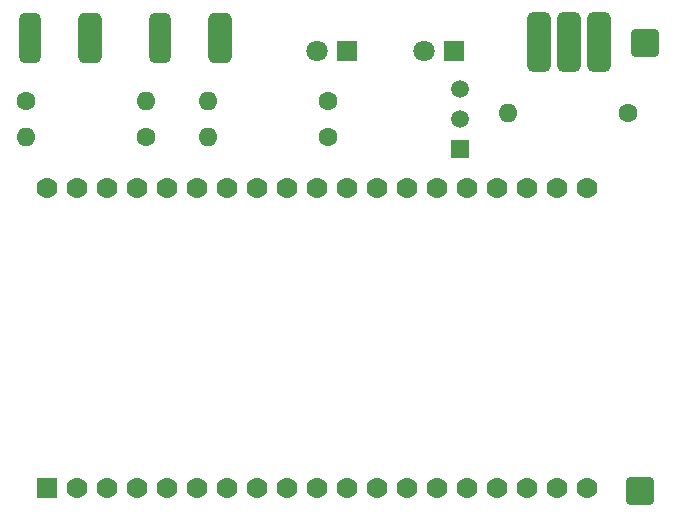
<source format=gbr>
%TF.GenerationSoftware,KiCad,Pcbnew,7.0.8*%
%TF.CreationDate,2024-04-25T10:28:09-06:00*%
%TF.ProjectId,ProtoBadge,50726f74-6f42-4616-9467-652e6b696361,rev?*%
%TF.SameCoordinates,Original*%
%TF.FileFunction,Soldermask,Bot*%
%TF.FilePolarity,Negative*%
%FSLAX46Y46*%
G04 Gerber Fmt 4.6, Leading zero omitted, Abs format (unit mm)*
G04 Created by KiCad (PCBNEW 7.0.8) date 2024-04-25 10:28:09*
%MOMM*%
%LPD*%
G01*
G04 APERTURE LIST*
G04 Aperture macros list*
%AMRoundRect*
0 Rectangle with rounded corners*
0 $1 Rounding radius*
0 $2 $3 $4 $5 $6 $7 $8 $9 X,Y pos of 4 corners*
0 Add a 4 corners polygon primitive as box body*
4,1,4,$2,$3,$4,$5,$6,$7,$8,$9,$2,$3,0*
0 Add four circle primitives for the rounded corners*
1,1,$1+$1,$2,$3*
1,1,$1+$1,$4,$5*
1,1,$1+$1,$6,$7*
1,1,$1+$1,$8,$9*
0 Add four rect primitives between the rounded corners*
20,1,$1+$1,$2,$3,$4,$5,0*
20,1,$1+$1,$4,$5,$6,$7,0*
20,1,$1+$1,$6,$7,$8,$9,0*
20,1,$1+$1,$8,$9,$2,$3,0*%
G04 Aperture macros list end*
%ADD10RoundRect,0.250001X-0.899999X-0.899999X0.899999X-0.899999X0.899999X0.899999X-0.899999X0.899999X0*%
%ADD11RoundRect,0.455375X0.455375X1.675625X-0.455375X1.675625X-0.455375X-1.675625X0.455375X-1.675625X0*%
%ADD12RoundRect,0.500000X0.500000X1.631000X-0.500000X1.631000X-0.500000X-1.631000X0.500000X-1.631000X0*%
%ADD13R,1.800000X1.800000*%
%ADD14C,1.800000*%
%ADD15R,1.500000X1.500000*%
%ADD16C,1.500000*%
%ADD17RoundRect,0.500000X0.500000X2.040000X-0.500000X2.040000X-0.500000X-2.040000X0.500000X-2.040000X0*%
%ADD18RoundRect,0.102000X0.780000X-0.780000X0.780000X0.780000X-0.780000X0.780000X-0.780000X-0.780000X0*%
%ADD19C,1.764000*%
%ADD20O,1.600000X1.600000*%
%ADD21C,1.600000*%
G04 APERTURE END LIST*
D10*
%TO.C,J2*%
X104000000Y-131000000D03*
%TD*%
%TO.C,J1*%
X104470519Y-93019691D03*
%TD*%
D11*
%TO.C,SW2*%
X63410750Y-92650000D03*
D12*
X68500000Y-92650000D03*
%TD*%
%TO.C,SW1*%
X57500000Y-92650000D03*
D11*
X52410750Y-92650000D03*
%TD*%
D13*
%TO.C,D1*%
X88275000Y-93750000D03*
D14*
X85735000Y-93750000D03*
%TD*%
D15*
%TO.C,Q1*%
X88812302Y-102076692D03*
D16*
X88812302Y-99536692D03*
X88812302Y-96996692D03*
%TD*%
D17*
%TO.C,SW3*%
X100594182Y-93000000D03*
X98054182Y-93000000D03*
X95514182Y-93000000D03*
%TD*%
D18*
%TO.C,U1*%
X53840000Y-130700000D03*
D19*
X56380000Y-130700000D03*
X99560000Y-130700000D03*
X58920000Y-130700000D03*
X61460000Y-130700000D03*
X64000000Y-130700000D03*
X66540000Y-130700000D03*
X69080000Y-130700000D03*
X71620000Y-130700000D03*
X74160000Y-130700000D03*
X76700000Y-130700000D03*
X79240000Y-130700000D03*
X81780000Y-130700000D03*
X84320000Y-130700000D03*
X86860000Y-130700000D03*
X89400000Y-130700000D03*
X91940000Y-130700000D03*
X94480000Y-130700000D03*
X97020000Y-130700000D03*
X53840000Y-105300000D03*
X56380000Y-105300000D03*
X58920000Y-105300000D03*
X61460000Y-105300000D03*
X64000000Y-105300000D03*
X66540000Y-105300000D03*
X69080000Y-105300000D03*
X71620000Y-105300000D03*
X74160000Y-105300000D03*
X76700000Y-105300000D03*
X79240000Y-105300000D03*
X81780000Y-105300000D03*
X84320000Y-105300000D03*
X86860000Y-105300000D03*
X89400000Y-105300000D03*
X91940000Y-105300000D03*
X94480000Y-105300000D03*
X97020000Y-105300000D03*
X99560000Y-105300000D03*
%TD*%
D20*
%TO.C,R5*%
X67482395Y-98011335D03*
D21*
X77642395Y-98011335D03*
%TD*%
D20*
%TO.C,R4*%
X67482395Y-101011335D03*
D21*
X77642395Y-101011335D03*
%TD*%
D20*
%TO.C,R3*%
X92840000Y-99000000D03*
D21*
X103000000Y-99000000D03*
%TD*%
D20*
%TO.C,R2*%
X52000000Y-101000000D03*
D21*
X62160000Y-101000000D03*
%TD*%
D20*
%TO.C,R1*%
X62160000Y-98000000D03*
D21*
X52000000Y-98000000D03*
%TD*%
D13*
%TO.C,D2*%
X79250000Y-93750610D03*
D14*
X76710000Y-93750610D03*
%TD*%
M02*

</source>
